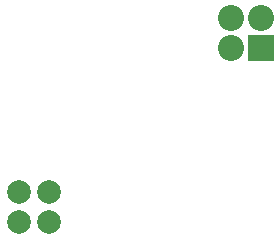
<source format=gbs>
G04*
G04 #@! TF.GenerationSoftware,Altium Limited,Altium Designer,18.1.7 (191)*
G04*
G04 Layer_Color=16711935*
%FSLAX44Y44*%
%MOMM*%
G71*
G01*
G75*
%ADD15C,2.2032*%
%ADD16R,2.2032X2.2032*%
%ADD17C,2.0032*%
D15*
X237300Y187300D02*
D03*
Y212700D02*
D03*
X262700D02*
D03*
D16*
Y187300D02*
D03*
D17*
X82900Y65400D02*
D03*
Y40000D02*
D03*
X57500Y65400D02*
D03*
Y40000D02*
D03*
M02*

</source>
